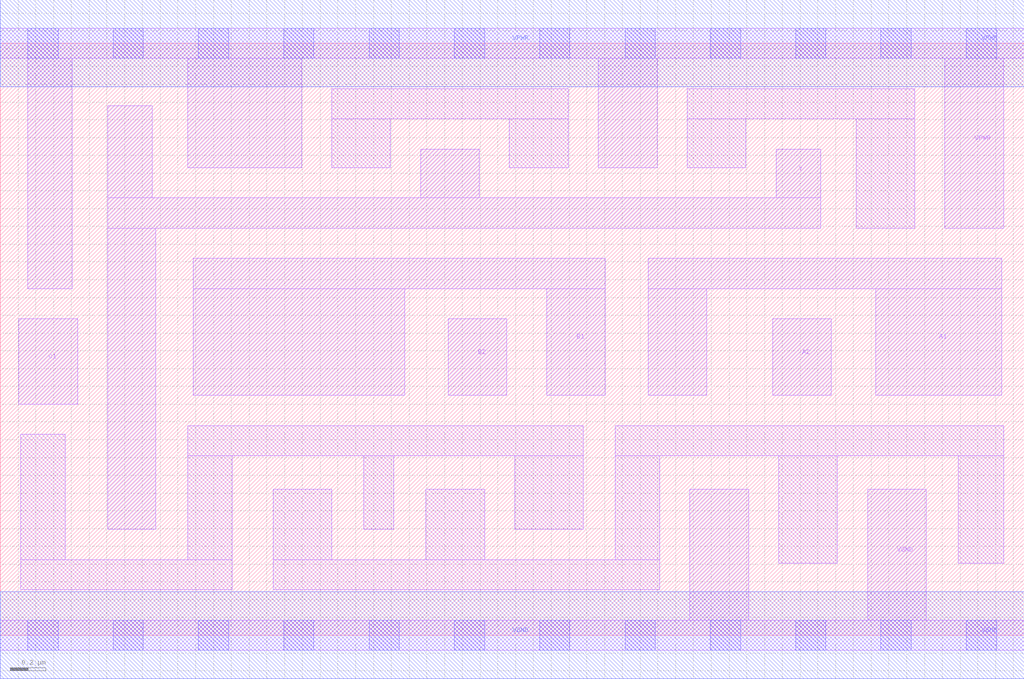
<source format=lef>
# Copyright 2020 The SkyWater PDK Authors
#
# Licensed under the Apache License, Version 2.0 (the "License");
# you may not use this file except in compliance with the License.
# You may obtain a copy of the License at
#
#     https://www.apache.org/licenses/LICENSE-2.0
#
# Unless required by applicable law or agreed to in writing, software
# distributed under the License is distributed on an "AS IS" BASIS,
# WITHOUT WARRANTIES OR CONDITIONS OF ANY KIND, either express or implied.
# See the License for the specific language governing permissions and
# limitations under the License.
#
# SPDX-License-Identifier: Apache-2.0

VERSION 5.7 ;
  NAMESCASESENSITIVE ON ;
  NOWIREEXTENSIONATPIN ON ;
  DIVIDERCHAR "/" ;
  BUSBITCHARS "[]" ;
UNITS
  DATABASE MICRONS 200 ;
END UNITS
MACRO sky130_fd_sc_hs__o221ai_2
  CLASS CORE ;
  SOURCE USER ;
  FOREIGN sky130_fd_sc_hs__o221ai_2 ;
  ORIGIN  0.000000  0.000000 ;
  SIZE  5.760000 BY  3.330000 ;
  SYMMETRY X Y ;
  SITE unit ;
  PIN A1
    ANTENNAGATEAREA  0.558000 ;
    DIRECTION INPUT ;
    USE SIGNAL ;
    PORT
      LAYER li1 ;
        RECT 3.645000 1.350000 3.975000 1.950000 ;
        RECT 3.645000 1.950000 5.635000 2.120000 ;
        RECT 4.925000 1.350000 5.635000 1.950000 ;
    END
  END A1
  PIN A2
    ANTENNAGATEAREA  0.558000 ;
    DIRECTION INPUT ;
    USE SIGNAL ;
    PORT
      LAYER li1 ;
        RECT 4.345000 1.350000 4.675000 1.780000 ;
    END
  END A2
  PIN B1
    ANTENNAGATEAREA  0.558000 ;
    DIRECTION INPUT ;
    USE SIGNAL ;
    PORT
      LAYER li1 ;
        RECT 1.085000 1.350000 2.275000 1.950000 ;
        RECT 1.085000 1.950000 3.405000 2.120000 ;
        RECT 3.075000 1.350000 3.405000 1.950000 ;
    END
  END B1
  PIN B2
    ANTENNAGATEAREA  0.558000 ;
    DIRECTION INPUT ;
    USE SIGNAL ;
    PORT
      LAYER li1 ;
        RECT 2.520000 1.350000 2.850000 1.780000 ;
    END
  END B2
  PIN C1
    ANTENNAGATEAREA  0.558000 ;
    DIRECTION INPUT ;
    USE SIGNAL ;
    PORT
      LAYER li1 ;
        RECT 0.105000 1.300000 0.435000 1.780000 ;
    END
  END C1
  PIN Y
    ANTENNADIFFAREA  1.232000 ;
    DIRECTION OUTPUT ;
    USE SIGNAL ;
    PORT
      LAYER li1 ;
        RECT 0.605000 0.595000 0.875000 2.290000 ;
        RECT 0.605000 2.290000 4.615000 2.460000 ;
        RECT 0.605000 2.460000 0.855000 2.980000 ;
        RECT 2.365000 2.460000 2.695000 2.735000 ;
        RECT 4.365000 2.460000 4.615000 2.735000 ;
    END
  END Y
  PIN VGND
    DIRECTION INOUT ;
    USE GROUND ;
    PORT
      LAYER li1 ;
        RECT 0.000000 -0.085000 5.760000 0.085000 ;
        RECT 3.880000  0.085000 4.210000 0.820000 ;
        RECT 4.880000  0.085000 5.210000 0.820000 ;
      LAYER mcon ;
        RECT 0.155000 -0.085000 0.325000 0.085000 ;
        RECT 0.635000 -0.085000 0.805000 0.085000 ;
        RECT 1.115000 -0.085000 1.285000 0.085000 ;
        RECT 1.595000 -0.085000 1.765000 0.085000 ;
        RECT 2.075000 -0.085000 2.245000 0.085000 ;
        RECT 2.555000 -0.085000 2.725000 0.085000 ;
        RECT 3.035000 -0.085000 3.205000 0.085000 ;
        RECT 3.515000 -0.085000 3.685000 0.085000 ;
        RECT 3.995000 -0.085000 4.165000 0.085000 ;
        RECT 4.475000 -0.085000 4.645000 0.085000 ;
        RECT 4.955000 -0.085000 5.125000 0.085000 ;
        RECT 5.435000 -0.085000 5.605000 0.085000 ;
      LAYER met1 ;
        RECT 0.000000 -0.245000 5.760000 0.245000 ;
    END
  END VGND
  PIN VPWR
    DIRECTION INOUT ;
    USE POWER ;
    PORT
      LAYER li1 ;
        RECT 0.000000 3.245000 5.760000 3.415000 ;
        RECT 0.155000 1.950000 0.405000 3.245000 ;
        RECT 1.055000 2.630000 1.695000 3.245000 ;
        RECT 3.365000 2.630000 3.695000 3.245000 ;
        RECT 5.315000 2.290000 5.645000 3.245000 ;
      LAYER mcon ;
        RECT 0.155000 3.245000 0.325000 3.415000 ;
        RECT 0.635000 3.245000 0.805000 3.415000 ;
        RECT 1.115000 3.245000 1.285000 3.415000 ;
        RECT 1.595000 3.245000 1.765000 3.415000 ;
        RECT 2.075000 3.245000 2.245000 3.415000 ;
        RECT 2.555000 3.245000 2.725000 3.415000 ;
        RECT 3.035000 3.245000 3.205000 3.415000 ;
        RECT 3.515000 3.245000 3.685000 3.415000 ;
        RECT 3.995000 3.245000 4.165000 3.415000 ;
        RECT 4.475000 3.245000 4.645000 3.415000 ;
        RECT 4.955000 3.245000 5.125000 3.415000 ;
        RECT 5.435000 3.245000 5.605000 3.415000 ;
      LAYER met1 ;
        RECT 0.000000 3.085000 5.760000 3.575000 ;
    END
  END VPWR
  OBS
    LAYER li1 ;
      RECT 0.115000 0.255000 1.305000 0.425000 ;
      RECT 0.115000 0.425000 0.365000 1.130000 ;
      RECT 1.055000 0.425000 1.305000 1.010000 ;
      RECT 1.055000 1.010000 3.280000 1.180000 ;
      RECT 1.535000 0.255000 3.710000 0.425000 ;
      RECT 1.535000 0.425000 1.865000 0.820000 ;
      RECT 1.865000 2.630000 2.195000 2.905000 ;
      RECT 1.865000 2.905000 3.195000 3.075000 ;
      RECT 2.045000 0.595000 2.215000 1.010000 ;
      RECT 2.395000 0.425000 2.725000 0.820000 ;
      RECT 2.865000 2.630000 3.195000 2.905000 ;
      RECT 2.895000 0.595000 3.280000 1.010000 ;
      RECT 3.460000 0.425000 3.710000 1.010000 ;
      RECT 3.460000 1.010000 5.645000 1.180000 ;
      RECT 3.865000 2.630000 4.195000 2.905000 ;
      RECT 3.865000 2.905000 5.145000 3.075000 ;
      RECT 4.380000 0.405000 4.710000 1.010000 ;
      RECT 4.815000 2.290000 5.145000 2.905000 ;
      RECT 5.390000 0.405000 5.645000 1.010000 ;
  END
END sky130_fd_sc_hs__o221ai_2

</source>
